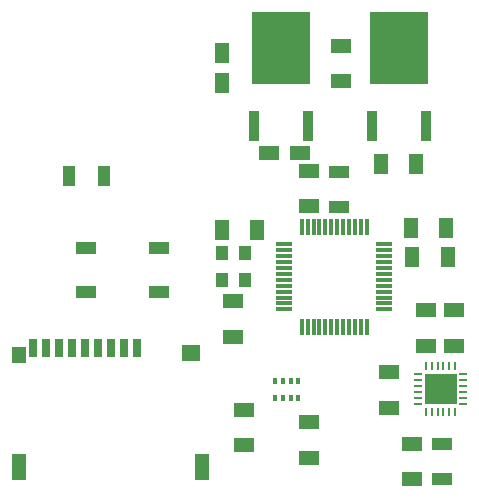
<source format=gtp>
G04*
G04 #@! TF.GenerationSoftware,Altium Limited,Altium Designer,20.1.12 (249)*
G04*
G04 Layer_Color=8421504*
%FSLAX25Y25*%
%MOIN*%
G70*
G04*
G04 #@! TF.SameCoordinates,A4FAC8CF-ADEF-4931-830A-096F340B5E0A*
G04*
G04*
G04 #@! TF.FilePolarity,Positive*
G04*
G01*
G75*
%ADD15R,0.07087X0.04528*%
%ADD16R,0.10630X0.10236*%
%ADD17R,0.00984X0.02953*%
%ADD18R,0.02953X0.00984*%
%ADD19R,0.04528X0.07087*%
%ADD20R,0.07087X0.04331*%
%ADD21R,0.07087X0.03937*%
%ADD22R,0.03937X0.07087*%
%ADD23R,0.01378X0.01968*%
%ADD24R,0.04331X0.05118*%
%ADD25R,0.03740X0.09843*%
%ADD26R,0.19291X0.24016*%
%ADD27R,0.01181X0.05709*%
%ADD28R,0.05709X0.01181*%
%ADD29R,0.02756X0.06299*%
%ADD30R,0.04724X0.05512*%
%ADD31R,0.04724X0.08661*%
%ADD32R,0.06299X0.05512*%
%ADD33R,0.07087X0.04842*%
%ADD34R,0.04842X0.07087*%
D15*
X217954Y403399D02*
D03*
Y415210D02*
D03*
X252147Y312448D02*
D03*
Y324259D02*
D03*
X266182Y357036D02*
D03*
Y368847D02*
D03*
X256932Y368820D02*
D03*
Y357009D02*
D03*
X244512Y348074D02*
D03*
Y336263D02*
D03*
X196319Y335708D02*
D03*
Y323897D02*
D03*
X217954Y331472D02*
D03*
Y319661D02*
D03*
X192717Y371752D02*
D03*
Y359941D02*
D03*
X228543Y445177D02*
D03*
Y456988D02*
D03*
D16*
X261811Y342520D02*
D03*
D17*
X266732Y334941D02*
D03*
X264764D02*
D03*
X262795D02*
D03*
X260827D02*
D03*
X258858D02*
D03*
X256890D02*
D03*
Y350098D02*
D03*
X258858D02*
D03*
X260827D02*
D03*
X262795D02*
D03*
X264764D02*
D03*
X266732D02*
D03*
D18*
X254232Y337598D02*
D03*
Y339567D02*
D03*
Y341535D02*
D03*
Y343504D02*
D03*
Y345472D02*
D03*
Y347441D02*
D03*
X269390D02*
D03*
Y345472D02*
D03*
Y343504D02*
D03*
Y341535D02*
D03*
Y339567D02*
D03*
Y337598D02*
D03*
D19*
X264175Y386451D02*
D03*
X252364D02*
D03*
X251845Y396315D02*
D03*
X263656D02*
D03*
X188976Y395669D02*
D03*
X200787D02*
D03*
X241831Y417520D02*
D03*
X253642D02*
D03*
D20*
X143511Y389463D02*
D03*
X167920D02*
D03*
Y374896D02*
D03*
X143511D02*
D03*
D21*
X262404Y312565D02*
D03*
Y324376D02*
D03*
X227955Y414915D02*
D03*
Y403104D02*
D03*
D22*
X137845Y413452D02*
D03*
X149656D02*
D03*
D23*
X209350Y345374D02*
D03*
X211910D02*
D03*
X214469D02*
D03*
Y339665D02*
D03*
X206791D02*
D03*
X209350D02*
D03*
X206791Y345374D02*
D03*
X211910Y339665D02*
D03*
D24*
X196485Y387856D02*
D03*
Y378801D02*
D03*
X188976Y387795D02*
D03*
X189040Y378783D02*
D03*
D25*
X199685Y430315D02*
D03*
X217638D02*
D03*
X239055D02*
D03*
X257008D02*
D03*
D26*
X208661Y456299D02*
D03*
X248031D02*
D03*
D27*
X215551Y396555D02*
D03*
X217520D02*
D03*
X219488D02*
D03*
X221457D02*
D03*
X223425D02*
D03*
X225394D02*
D03*
X227362D02*
D03*
X229331D02*
D03*
X231299D02*
D03*
X233268D02*
D03*
X235236D02*
D03*
X237205D02*
D03*
Y363287D02*
D03*
X235236D02*
D03*
X233268D02*
D03*
X231299D02*
D03*
X229331D02*
D03*
X227362D02*
D03*
X225394D02*
D03*
X223425D02*
D03*
X221457D02*
D03*
X219488D02*
D03*
X217520D02*
D03*
X215551D02*
D03*
D28*
X243012Y390748D02*
D03*
Y388779D02*
D03*
Y386811D02*
D03*
Y384842D02*
D03*
Y382874D02*
D03*
Y380906D02*
D03*
Y378937D02*
D03*
Y376969D02*
D03*
Y375000D02*
D03*
Y373031D02*
D03*
Y371063D02*
D03*
Y369094D02*
D03*
X209744D02*
D03*
Y371063D02*
D03*
Y373031D02*
D03*
Y375000D02*
D03*
Y376969D02*
D03*
Y378937D02*
D03*
Y380906D02*
D03*
Y382874D02*
D03*
Y384842D02*
D03*
Y386811D02*
D03*
Y388779D02*
D03*
Y390748D02*
D03*
D29*
X160511Y356388D02*
D03*
X156181D02*
D03*
X151850D02*
D03*
X147519D02*
D03*
X143189D02*
D03*
X138858D02*
D03*
X134527D02*
D03*
X130196D02*
D03*
X125866D02*
D03*
D30*
X121141Y354026D02*
D03*
D31*
Y316624D02*
D03*
X182165Y316624D02*
D03*
D32*
X178622Y354420D02*
D03*
D33*
X215039Y421260D02*
D03*
X204724D02*
D03*
D03*
D34*
X188976Y454724D02*
D03*
D03*
Y444410D02*
D03*
M02*

</source>
